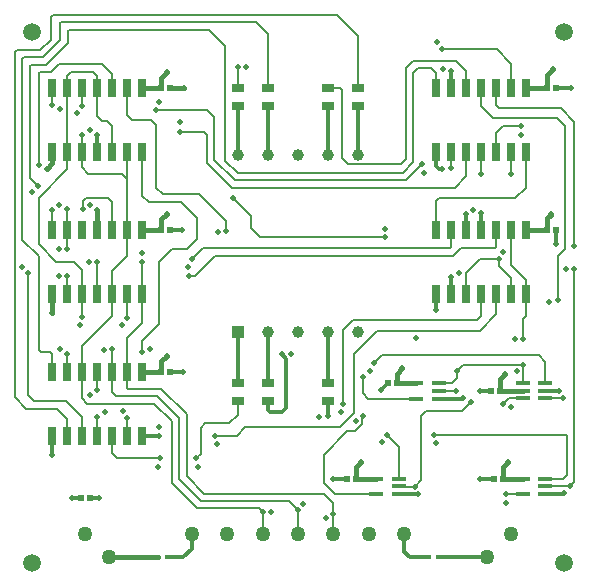
<source format=gbr>
G04*
G04 #@! TF.GenerationSoftware,Altium Limited,Altium Designer,23.8.1 (32)*
G04*
G04 Layer_Physical_Order=6*
G04 Layer_Color=16711680*
%FSLAX44Y44*%
%MOMM*%
G71*
G04*
G04 #@! TF.SameCoordinates,4E8033DB-9698-49A7-8747-1B8CF0FAEC2F*
G04*
G04*
G04 #@! TF.FilePolarity,Positive*
G04*
G01*
G75*
%ADD17C,0.1553*%
%ADD18C,1.0000*%
%ADD19R,1.0000X1.0000*%
%ADD20C,1.5000*%
%ADD21C,0.5000*%
%ADD22C,1.2700*%
%ADD24R,0.4000X0.4000*%
%ADD25R,0.5153X0.4725*%
%ADD26R,1.2000X0.4000*%
%ADD27R,1.2000X0.3000*%
%ADD28R,0.5200X0.5200*%
%ADD29R,0.6500X1.5250*%
%ADD30R,1.0000X0.8000*%
%ADD31C,0.3000*%
%ADD32C,0.4000*%
%ADD33C,0.5000*%
D17*
X150515Y390069D02*
X170266D01*
X172687Y387649D01*
X372176Y460260D02*
X372179Y460257D01*
X418158D01*
X387844Y291520D02*
X416790D01*
X417700Y292430D02*
Y307120D01*
X416790Y291520D02*
X417700Y292430D01*
X381104Y284780D02*
X387844Y291520D01*
X483965Y93410D02*
Y274000D01*
X459500Y164680D02*
X474067D01*
X288000Y160000D02*
Y222190D01*
X296479Y230669D01*
X459110Y90000D02*
X480555D01*
X169838Y291978D02*
X378690D01*
X160564Y282703D02*
X169838Y291978D01*
X189000Y306000D02*
Y314744D01*
X166429Y337315D02*
X189000Y314744D01*
X135536Y337315D02*
X166429D01*
X163179Y268237D02*
X179721Y284780D01*
X381104D01*
X379600Y292888D02*
Y307120D01*
X378690Y291978D02*
X379600Y292888D01*
X158153Y268237D02*
X163179D01*
X67577Y331235D02*
X70261Y333919D01*
X67577Y324484D02*
Y331235D01*
X70261Y333919D02*
X89490D01*
X92700Y307120D02*
Y330709D01*
X89490Y333919D02*
X92700Y330709D01*
X129449Y408291D02*
X172991D01*
X440823Y231949D02*
X443100Y234226D01*
X440823Y214587D02*
Y231949D01*
X443100Y234226D02*
Y252880D01*
X217488Y301056D02*
X323458D01*
X210105Y308439D02*
X217488Y301056D01*
X392300Y252880D02*
Y270500D01*
X404295Y282495D02*
X420217D01*
X392300Y270500D02*
X404295Y282495D01*
X118220Y253000D02*
Y280088D01*
X118340Y280208D01*
X403719Y221942D02*
X417700Y235924D01*
X297200Y202210D02*
X316933Y221942D01*
X403719D01*
X401749Y230669D02*
X405000Y233920D01*
X296479Y230669D02*
X401749D01*
X210105Y308439D02*
Y318943D01*
X272270Y83944D02*
X280022Y76192D01*
X170347Y83944D02*
X272270D01*
X155680Y98611D02*
X170347Y83944D01*
X271694Y93222D02*
X281605Y83311D01*
X316086D01*
X271694Y93222D02*
Y116381D01*
X164290Y71484D02*
X216623D01*
X220000Y68106D01*
X149381Y95925D02*
X167599Y77707D01*
X242126D01*
X250000Y69833D01*
X143227Y92547D02*
X164290Y71484D01*
X291850Y136537D02*
X297994D01*
X271694Y116381D02*
X291850Y136537D01*
X205481Y140312D02*
X285198D01*
X297200Y152314D01*
Y202210D01*
X304559Y143103D02*
Y148946D01*
X297994Y136537D02*
X304559Y143103D01*
X198049Y132880D02*
X205481Y140312D01*
X155680Y98611D02*
Y151319D01*
X149381Y95925D02*
Y147677D01*
X143227Y92547D02*
Y145128D01*
X105400Y173700D02*
Y187120D01*
Y215261D01*
X106310Y172790D02*
X134209D01*
X105400Y173700D02*
X106310Y172790D01*
X134209D02*
X155680Y151319D01*
X96304Y166368D02*
X130689D01*
X71576Y160196D02*
X128159D01*
X67300Y164472D02*
X71576Y160196D01*
X128159D02*
X143227Y145128D01*
X92700Y169972D02*
X96304Y166368D01*
X130689D02*
X149381Y147677D01*
X92700Y169972D02*
Y187120D01*
X67300Y164472D02*
Y187120D01*
X354399Y149986D02*
X357998Y153585D01*
X388869D02*
X396441Y161157D01*
X357998Y153585D02*
X388869D01*
X474231Y96500D02*
X477668Y99937D01*
Y132969D01*
X365072Y133878D02*
X476758D01*
X477668Y132969D01*
X480555Y90000D02*
X483965Y93410D01*
X469079Y402324D02*
X476109Y395294D01*
X469962Y284832D02*
X476109Y290979D01*
Y395294D01*
X469962Y248188D02*
Y284832D01*
X484035Y293134D02*
Y398528D01*
X472414Y410148D02*
X484035Y398528D01*
X420076Y410148D02*
X472414D01*
X417700Y412524D02*
X420076Y410148D01*
X417700Y412524D02*
Y427120D01*
X415145Y402324D02*
X469079D01*
X405000Y412469D02*
X415145Y402324D01*
X423511Y394988D02*
X439098D01*
X417700Y389176D02*
X423511Y394988D01*
X196401Y349218D02*
X341463D01*
X354839Y362595D01*
X172687Y364230D02*
X193852Y343064D01*
X338777Y355371D02*
X347718Y364312D01*
X178840Y366778D02*
X196401Y349218D01*
X188572Y365748D02*
X198949Y355371D01*
X193852Y343064D02*
X382775D01*
X198949Y355371D02*
X338777D01*
X382775Y343064D02*
X392300Y352590D01*
X178840Y366778D02*
Y402442D01*
X172991Y408291D02*
X178840Y402442D01*
X172687Y364230D02*
Y387649D01*
X287687Y367956D02*
X292779Y362863D01*
X336845D01*
X287687Y367956D02*
Y425599D01*
X285785Y427500D02*
X287687Y425599D01*
X336845Y362863D02*
X341121Y367139D01*
X174301Y476755D02*
X188572Y462483D01*
X341121Y367139D02*
Y444154D01*
X188572Y365748D02*
Y462483D01*
X42380Y489166D02*
X282633D01*
X300440Y471359D01*
X40818Y440750D02*
X47782Y447714D01*
X84036D02*
X92700Y439051D01*
X47782Y447714D02*
X84036D01*
X54600Y437711D02*
X58027Y441137D01*
X76429D01*
X80000Y437566D01*
X31480Y440750D02*
X40818D01*
X30361Y362019D02*
Y439631D01*
X31480Y440750D01*
X54962Y465241D02*
Y475640D01*
X56077Y476755D02*
X174301D01*
X54962Y475640D02*
X56077Y476755D01*
X49713Y483012D02*
X214333D01*
X48803Y482102D02*
X49713Y483012D01*
X214333D02*
X224240Y473106D01*
X40668Y487453D02*
X42380Y489166D01*
X23828Y447051D02*
X36772D01*
X54962Y465241D01*
X40668Y468366D02*
Y487453D01*
X34258Y453255D02*
X48803Y467800D01*
Y482102D01*
X31710Y459408D02*
X40668Y468366D01*
X17710Y453255D02*
X34258D01*
X12158Y459408D02*
X31710D01*
X22731Y351152D02*
Y445955D01*
X23828Y447051D01*
X10425Y457675D02*
X12158Y459408D01*
X16578Y452123D02*
X17710Y453255D01*
X22731Y351152D02*
X29711Y344172D01*
X10425Y165372D02*
X19859Y155937D01*
X16578Y299011D02*
Y452123D01*
Y299011D02*
X30443Y285145D01*
X10425Y165372D02*
Y457675D01*
X30542Y295179D02*
Y334262D01*
Y295179D02*
X45320Y280402D01*
X30542Y334262D02*
X54600Y358320D01*
X418158Y460257D02*
X430400Y448016D01*
Y427120D02*
Y448016D01*
X21269Y167377D02*
Y270906D01*
Y167377D02*
X26466Y162180D01*
X30443Y205467D02*
X32201Y203710D01*
X40143D01*
X30443Y205467D02*
Y285145D01*
X26466Y162180D02*
X53699D01*
X417700Y372880D02*
Y389176D01*
X379600Y359282D02*
Y372880D01*
X430400Y354499D02*
Y372880D01*
X405000Y354464D02*
Y372880D01*
X369252Y333961D02*
X434122D01*
X443100Y342939D01*
X366900Y331609D02*
X369252Y333961D01*
X366900Y307120D02*
Y331609D01*
X443100Y342939D02*
Y372880D01*
X469960Y248185D02*
X469962Y248188D01*
X405000Y412469D02*
Y427120D01*
X420217Y276686D02*
Y282495D01*
Y276686D02*
X430400Y266503D01*
X405000Y233920D02*
Y252880D01*
X79981Y252899D02*
Y279787D01*
X80000Y172015D02*
Y187120D01*
X92602Y187218D02*
Y206587D01*
X92503Y206685D02*
X92602Y206587D01*
Y187218D02*
X92700Y187120D01*
X250000Y50000D02*
Y69833D01*
X280022Y66500D02*
Y76192D01*
X280000Y50000D02*
X280011Y50011D01*
Y66489D01*
X280022Y66500D01*
X220000Y50000D02*
Y68106D01*
X426274Y83500D02*
X440110D01*
X194937Y334110D02*
X210105Y318943D01*
X198840Y427500D02*
Y444837D01*
X316086Y83311D02*
X316275Y83500D01*
X304559Y148946D02*
X304942Y149328D01*
X423686Y160052D02*
X428314Y164680D01*
X440500D01*
X459110Y96500D02*
X474231D01*
X335275D02*
Y123588D01*
X324985Y133878D02*
X335275Y123588D01*
X348667Y89872D02*
X354399Y95604D01*
Y149986D01*
X335403Y89872D02*
X348603D01*
X314706Y194081D02*
Y194623D01*
Y194081D02*
X321568Y200942D01*
X454260D01*
X380032Y177186D02*
X384480Y181635D01*
Y187502D02*
X389821Y192843D01*
X384480Y181635D02*
Y187502D01*
X389821Y192843D02*
X440410D01*
X309607Y164186D02*
X350002D01*
X304981Y168812D02*
X309607Y164186D01*
X304981Y168812D02*
Y182865D01*
X440587Y177766D02*
Y193020D01*
X440410Y192843D02*
X440587Y193020D01*
X454260Y200942D02*
X459500Y195702D01*
X369002Y177186D02*
X380032D01*
X369002Y170686D02*
X383976D01*
X430400Y252880D02*
Y266503D01*
Y277605D02*
X442996Y265009D01*
X430400Y277605D02*
Y307120D01*
X442996Y252984D02*
Y265009D01*
Y252984D02*
X443100Y252880D01*
X341121Y444154D02*
X347428Y450461D01*
X347718Y440204D02*
X351378Y443864D01*
X347718Y364312D02*
Y440204D01*
X351378Y443864D02*
X362727D01*
X392300Y427120D02*
Y441541D01*
X383380Y450461D02*
X392300Y441541D01*
X347428Y450461D02*
X383380D01*
X362727Y443864D02*
X366900Y439691D01*
X275040Y427500D02*
X285785D01*
X459500Y177680D02*
Y195702D01*
X366900Y427120D02*
Y439691D01*
X392300Y352590D02*
Y372880D01*
X118100Y227961D02*
Y252880D01*
X105400Y215261D02*
X118100Y227961D01*
X117886Y203956D02*
Y213027D01*
X132005Y227145D02*
Y279969D01*
X117886Y213027D02*
X132005Y227145D01*
X105400Y232953D02*
Y252880D01*
X130139Y342712D02*
X135536Y337315D01*
X130139Y342712D02*
Y396315D01*
X125982Y400473D02*
X130139Y396315D01*
X109570Y400473D02*
X125982D01*
X105400Y404642D02*
Y427120D01*
Y404642D02*
X109570Y400473D01*
X164518Y299529D02*
Y317239D01*
X123811Y330456D02*
X151301D01*
X164518Y317239D01*
X67375Y233473D02*
X67450Y233398D01*
X67375Y233473D02*
Y252805D01*
X67300Y252880D02*
X67375Y252805D01*
X41900Y307120D02*
Y323914D01*
X54600Y187120D02*
Y202495D01*
X83762Y399627D02*
X88629D01*
X92700Y395555D01*
X80000Y403389D02*
X83762Y399627D01*
X92700Y372880D02*
Y395555D01*
X80000Y403389D02*
Y427120D01*
Y437566D01*
X67178Y412540D02*
Y426998D01*
X417700Y235924D02*
Y252880D01*
X180000Y132880D02*
X198049D01*
X167756Y139643D02*
X171459Y143346D01*
X167756Y117809D02*
Y139643D01*
X171459Y143346D02*
X191672D01*
X163661Y113715D02*
X167756Y117809D01*
X191672Y143346D02*
X198840Y150515D01*
Y162500D01*
X97073Y113715D02*
X133420D01*
X92700Y118088D02*
X97073Y113715D01*
X92700Y118088D02*
Y132880D01*
X54660Y252939D02*
Y268194D01*
X118100Y252880D02*
X118220Y253000D01*
X45320Y280402D02*
X60289D01*
X224240Y427500D02*
Y473106D01*
X300440Y427500D02*
Y471359D01*
X41900Y187120D02*
Y201952D01*
X40143Y203710D02*
X41900Y201952D01*
X67300Y132880D02*
Y148579D01*
X53699Y162180D02*
X67300Y148579D01*
X19859Y155937D02*
X45737D01*
X54600Y147075D01*
Y132880D02*
Y147075D01*
X118100Y336167D02*
Y372880D01*
Y336167D02*
X123811Y330456D01*
X156323Y291335D02*
X164518Y299529D01*
X143371Y291335D02*
X156323D01*
X132005Y279969D02*
X143371Y291335D01*
X105440Y132920D02*
Y147913D01*
X80000Y132880D02*
Y148477D01*
X105400Y350229D02*
Y372880D01*
Y307120D02*
Y350229D01*
X72626Y354751D02*
X100878D01*
X105400Y350229D01*
X67300Y360076D02*
X72626Y354751D01*
X67300Y360076D02*
Y372880D01*
Y387424D01*
X41900Y412790D02*
Y427120D01*
X54600D02*
Y437711D01*
Y372880D02*
Y427120D01*
X92700D02*
Y439051D01*
X54600Y307120D02*
Y324839D01*
X67300Y252880D02*
Y273391D01*
X60289Y280402D02*
X67300Y273391D01*
X54600Y358320D02*
Y372880D01*
Y291303D02*
Y307120D01*
X92700Y252880D02*
Y272543D01*
X105400Y285243D01*
Y307120D01*
X92700Y234483D02*
Y252880D01*
X67300Y209083D02*
X92700Y234483D01*
X67300Y187120D02*
Y209083D01*
D18*
X198840Y370640D02*
D03*
X224240D02*
D03*
X249640D02*
D03*
X275040D02*
D03*
X300440D02*
D03*
Y220640D02*
D03*
X275040D02*
D03*
X249640D02*
D03*
X224240D02*
D03*
D19*
X198840D02*
D03*
D20*
X25000Y475000D02*
D03*
X475000Y25000D02*
D03*
X25000D02*
D03*
X475000Y475000D02*
D03*
D21*
X150515Y390069D02*
D03*
X149982Y398442D02*
D03*
X439226Y387912D02*
D03*
X372176Y460260D02*
D03*
X367714Y465860D02*
D03*
X372447Y443488D02*
D03*
X357078Y355737D02*
D03*
X371553Y358768D02*
D03*
X398563Y324356D02*
D03*
X385934Y271105D02*
D03*
X423556Y288682D02*
D03*
X476959Y273750D02*
D03*
X462516Y245730D02*
D03*
X433336Y214675D02*
D03*
X435306Y187470D02*
D03*
X471000Y171180D02*
D03*
X474067Y164680D02*
D03*
X430195Y156977D02*
D03*
X323596Y308090D02*
D03*
X206094Y444710D02*
D03*
X286785Y152774D02*
D03*
X288000Y160000D02*
D03*
X311212Y187490D02*
D03*
X267889Y148612D02*
D03*
X298989Y145395D02*
D03*
X321356Y127729D02*
D03*
X366951Y127055D02*
D03*
X475232Y84625D02*
D03*
X480555Y90000D02*
D03*
X426244Y76168D02*
D03*
X273567Y63548D02*
D03*
X254613Y75282D02*
D03*
X227380Y67983D02*
D03*
X244309Y202496D02*
D03*
X236209Y202107D02*
D03*
X101429Y226440D02*
D03*
X124608Y206576D02*
D03*
X181699Y125804D02*
D03*
X164991Y106667D02*
D03*
X131754Y106608D02*
D03*
X132762Y140141D02*
D03*
X101458Y153834D02*
D03*
X86461Y152941D02*
D03*
X74029Y167316D02*
D03*
X48608Y206435D02*
D03*
X85456Y205746D02*
D03*
X65173Y226410D02*
D03*
X181894Y305760D02*
D03*
X160564Y282703D02*
D03*
X157193Y275679D02*
D03*
X189000Y306000D02*
D03*
X131927Y415135D02*
D03*
X63080Y406285D02*
D03*
X48592Y409961D02*
D03*
X73647Y391820D02*
D03*
X80000Y324010D02*
D03*
X24411Y339043D02*
D03*
X37281Y358999D02*
D03*
X74080Y327977D02*
D03*
X47940Y327877D02*
D03*
X118016Y287269D02*
D03*
X72692Y279981D02*
D03*
X47600Y268311D02*
D03*
X47484Y290951D02*
D03*
X16057Y275731D02*
D03*
X139449Y441196D02*
D03*
X129449Y408291D02*
D03*
X153855Y427120D02*
D03*
X139086Y320943D02*
D03*
X138769Y200785D02*
D03*
X320066Y171256D02*
D03*
X323458Y301056D02*
D03*
X118340Y280208D02*
D03*
X158153Y268237D02*
D03*
X389323Y164512D02*
D03*
X484035Y293134D02*
D03*
X468723Y295452D02*
D03*
X439098Y394988D02*
D03*
X30361Y362019D02*
D03*
X349511Y215300D02*
D03*
X440823Y214587D02*
D03*
X79963Y279806D02*
D03*
X58395Y80000D02*
D03*
X81874D02*
D03*
X250000Y69833D02*
D03*
X280022Y66500D02*
D03*
X220000Y68106D02*
D03*
X426274Y83500D02*
D03*
X403897Y171180D02*
D03*
X194937Y334110D02*
D03*
X198840Y444837D02*
D03*
X304942Y149328D02*
D03*
X366757Y239216D02*
D03*
X423686Y160052D02*
D03*
X484000Y274000D02*
D03*
X463962Y320246D02*
D03*
X365072Y133878D02*
D03*
X324985D02*
D03*
X396441Y161157D02*
D03*
X348667Y89872D02*
D03*
X351822Y83486D02*
D03*
X314706Y194081D02*
D03*
X384480Y187502D02*
D03*
X304981Y182865D02*
D03*
X469960Y248185D02*
D03*
X440587Y193020D02*
D03*
X383976Y170686D02*
D03*
X338188Y189981D02*
D03*
X379600Y267697D02*
D03*
X392344Y320838D02*
D03*
X420217Y282495D02*
D03*
X405000Y321536D02*
D03*
X430400Y354499D02*
D03*
X405000Y354464D02*
D03*
X275040Y150038D02*
D03*
X379600Y359282D02*
D03*
Y441765D02*
D03*
X354839Y362595D02*
D03*
X21269Y270906D02*
D03*
X105400Y232953D02*
D03*
X67450Y233398D02*
D03*
X92503Y206685D02*
D03*
X29711Y344172D02*
D03*
X41900Y323914D02*
D03*
X54600Y202495D02*
D03*
X67056Y412418D02*
D03*
X79947Y387639D02*
D03*
X180000Y132880D02*
D03*
X163661Y113715D02*
D03*
X133420D02*
D03*
X132206Y132880D02*
D03*
X54719Y268254D02*
D03*
X67577Y324484D02*
D03*
X117886Y203956D02*
D03*
X105479Y147953D02*
D03*
X80000Y148477D02*
D03*
Y172015D02*
D03*
X67300Y387424D02*
D03*
X41900Y412790D02*
D03*
X54600Y324839D02*
D03*
X41727Y236628D02*
D03*
X54600Y291303D02*
D03*
X480914Y427120D02*
D03*
X466104Y443087D02*
D03*
X425455Y185342D02*
D03*
X279259Y96555D02*
D03*
X303449Y111051D02*
D03*
X404179Y96500D02*
D03*
X427798Y110257D02*
D03*
X153032Y187120D02*
D03*
X151735Y307120D02*
D03*
X41900Y116386D02*
D03*
D22*
X90000Y30000D02*
D03*
X430000Y50000D02*
D03*
X410000Y30000D02*
D03*
X70000Y50000D02*
D03*
X220000D02*
D03*
X340000D02*
D03*
X160000D02*
D03*
X310000D02*
D03*
X190000D02*
D03*
X250000D02*
D03*
X280000D02*
D03*
D24*
X138750Y30000D02*
D03*
X131250D02*
D03*
X368750D02*
D03*
X361250D02*
D03*
D25*
X333783Y177187D02*
D03*
X326212D02*
D03*
X423786Y96500D02*
D03*
X416214D02*
D03*
X298786D02*
D03*
X291214D02*
D03*
X468786Y307120D02*
D03*
X461214D02*
D03*
X134314Y427120D02*
D03*
X141886D02*
D03*
Y307120D02*
D03*
X134314D02*
D03*
X413214Y171180D02*
D03*
X420786D02*
D03*
X141886Y187120D02*
D03*
X134314D02*
D03*
X468786Y427120D02*
D03*
X461214D02*
D03*
D26*
X350002Y177186D02*
D03*
Y164186D02*
D03*
X316275Y83500D02*
D03*
Y96500D02*
D03*
X440110D02*
D03*
Y83500D02*
D03*
D27*
X369002Y164186D02*
D03*
Y170686D02*
D03*
Y177186D02*
D03*
X440500Y171180D02*
D03*
X459500Y177680D02*
D03*
Y171180D02*
D03*
X440500Y177680D02*
D03*
Y164680D02*
D03*
X459500D02*
D03*
X335275Y83500D02*
D03*
Y90000D02*
D03*
Y96500D02*
D03*
X459110Y83500D02*
D03*
Y90000D02*
D03*
Y96500D02*
D03*
D28*
X66000Y80000D02*
D03*
X74000D02*
D03*
D29*
X366900Y252880D02*
D03*
X443100D02*
D03*
X430400D02*
D03*
X417700D02*
D03*
X405000D02*
D03*
X392300D02*
D03*
X379600D02*
D03*
X430400Y307120D02*
D03*
X417700D02*
D03*
X405000D02*
D03*
X392300D02*
D03*
X379600D02*
D03*
X366900D02*
D03*
X443100D02*
D03*
X366900Y427120D02*
D03*
X379600D02*
D03*
X392300D02*
D03*
X405000D02*
D03*
X417700D02*
D03*
X430400D02*
D03*
X443100Y372880D02*
D03*
X430400D02*
D03*
X417700D02*
D03*
X405000D02*
D03*
X392300D02*
D03*
X379600D02*
D03*
X366900D02*
D03*
X443100Y427120D02*
D03*
X118100Y187120D02*
D03*
X41900Y132880D02*
D03*
X54600D02*
D03*
X67300D02*
D03*
X80000D02*
D03*
X92700D02*
D03*
X105400D02*
D03*
X118100D02*
D03*
X105400Y187120D02*
D03*
X92700D02*
D03*
X80000D02*
D03*
X67300D02*
D03*
X54600D02*
D03*
X41900D02*
D03*
X105400Y307120D02*
D03*
X92700D02*
D03*
X80000D02*
D03*
X67300D02*
D03*
X54600D02*
D03*
X41900D02*
D03*
Y252880D02*
D03*
X54600D02*
D03*
X67300D02*
D03*
X80000D02*
D03*
X92700D02*
D03*
X105400D02*
D03*
X118100D02*
D03*
Y307120D02*
D03*
X41900Y372880D02*
D03*
X54600D02*
D03*
X67300D02*
D03*
X80000D02*
D03*
X92700D02*
D03*
X105400D02*
D03*
X118100D02*
D03*
X105400Y427120D02*
D03*
X92700D02*
D03*
X80000D02*
D03*
X67300D02*
D03*
X54600D02*
D03*
X41900D02*
D03*
X118100D02*
D03*
D30*
X275040Y177500D02*
D03*
Y162500D02*
D03*
X224240Y177500D02*
D03*
Y162500D02*
D03*
X198840Y177500D02*
D03*
Y162500D02*
D03*
X300440Y412500D02*
D03*
Y427500D02*
D03*
X275040Y412500D02*
D03*
Y427500D02*
D03*
X224240Y412500D02*
D03*
Y427500D02*
D03*
X198840Y427500D02*
D03*
Y412500D02*
D03*
D31*
X366900Y361367D02*
X369499Y358768D01*
X366900Y361367D02*
Y372880D01*
X369499Y358768D02*
X371553D01*
X369002Y164186D02*
X389323D01*
X459500Y171180D02*
X471000D01*
X474067Y164680D02*
X474401Y164346D01*
X473566Y83500D02*
X474691Y84625D01*
X475232D01*
X459110Y83500D02*
X473566D01*
X351808D02*
X351822Y83486D01*
X335275Y83500D02*
X351808D01*
X240049Y156423D02*
Y198267D01*
X236209Y202107D02*
X240049Y198267D01*
X325998Y177187D02*
X326212D01*
X320066Y171256D02*
X325998Y177187D01*
X468754Y295483D02*
Y307089D01*
X468723Y295452D02*
X468754Y295483D01*
Y307089D02*
X468786Y307120D01*
X79963Y279806D02*
X79981Y279787D01*
Y252899D02*
X80000Y252880D01*
X368750Y30000D02*
X410000D01*
X344721D02*
X361250D01*
X340000Y34721D02*
X344721Y30000D01*
X340000Y34721D02*
Y50000D01*
X138750Y30000D02*
X152876D01*
X160000Y37124D02*
Y50000D01*
X152876Y30000D02*
X160000Y37124D01*
X58395Y80000D02*
X66000D01*
X74000D02*
X81874D01*
X403897Y171180D02*
X413214D01*
X366828Y252808D02*
X366900Y252880D01*
X366828Y239287D02*
Y252808D01*
X366757Y239216D02*
X366828Y239287D01*
X379600Y252880D02*
Y267697D01*
X392300Y307120D02*
X392322Y307142D01*
Y320816D01*
X392344Y320838D01*
X405000Y307120D02*
Y321536D01*
X275040Y150038D02*
Y162500D01*
X236722Y153096D02*
X240049Y156423D01*
X224240Y154853D02*
Y162500D01*
Y154853D02*
X225997Y153096D01*
X236722D01*
X224240Y177500D02*
Y220640D01*
X198840Y177500D02*
Y220640D01*
X379600Y427120D02*
Y441765D01*
X275040Y177500D02*
Y220640D01*
X224240Y177500D02*
X224240Y177500D01*
X198840Y220640D02*
X198840Y220640D01*
X300440Y370640D02*
Y412500D01*
X300440Y412500D02*
X300440Y412500D01*
X275040Y370640D02*
Y412500D01*
X275040Y412500D02*
X275040Y412500D01*
X224240Y370640D02*
Y412500D01*
X224240Y412500D02*
X224240Y412500D01*
X198840Y370640D02*
Y412500D01*
X198840Y412500D02*
X198840Y412500D01*
X67178Y426998D02*
X67300Y427120D01*
X67056Y412418D02*
X67178Y412540D01*
X79974Y372906D02*
X80000Y372880D01*
X79974Y372906D02*
Y387612D01*
X79947Y387639D02*
X79974Y387612D01*
X118100Y132880D02*
X132206D01*
X54600Y252880D02*
X54660Y252939D01*
Y268194D02*
X54719Y268254D01*
X105400Y132880D02*
X105440Y132920D01*
Y147913D02*
X105479Y147953D01*
X41727Y236628D02*
X41814Y236714D01*
X468786Y427120D02*
X480914D01*
X279259Y96555D02*
X279315Y96500D01*
X291214D01*
X404179D02*
X416214D01*
X141886Y187120D02*
X153032D01*
X141886Y307120D02*
X151735D01*
X41900Y116386D02*
Y132880D01*
X41814Y252794D02*
X41900Y252880D01*
D32*
X80000Y307120D02*
Y324010D01*
X41912Y363629D02*
Y372868D01*
X37281Y358999D02*
X41912Y363629D01*
X41900Y372880D02*
X41912Y372868D01*
X134314Y436062D02*
X139449Y441196D01*
X134314Y427120D02*
Y436062D01*
X443100Y307120D02*
X461214D01*
X141886Y427120D02*
X153855D01*
X134314Y316172D02*
X139086Y320943D01*
X134314Y196331D02*
X138769Y200785D01*
X118100Y307120D02*
X134314D01*
X90000Y30000D02*
X131250D01*
X461214Y317227D02*
X463962Y319975D01*
Y320246D01*
X461214Y307120D02*
Y317227D01*
X333783Y177187D02*
X333785Y177186D01*
X350002D01*
X333783Y177187D02*
Y185576D01*
X338188Y189981D01*
X41814Y236714D02*
Y252794D01*
X134314Y187120D02*
Y196331D01*
Y307120D02*
Y316172D01*
X118100Y427120D02*
X134314D01*
X461214Y438197D02*
X466104Y443087D01*
X461214Y427120D02*
Y438197D01*
X443100Y427120D02*
X461214D01*
X420786Y180673D02*
X425455Y185342D01*
X420786Y171180D02*
Y180673D01*
Y171180D02*
X440500D01*
X298786Y106388D02*
X303449Y111051D01*
X298786Y96500D02*
Y106388D01*
Y96500D02*
X316275D01*
X423786Y106245D02*
X427798Y110257D01*
X423786Y96500D02*
Y106245D01*
Y96500D02*
X440110D01*
X118100Y187120D02*
X134314D01*
X118100Y187120D02*
X118100Y187120D01*
D33*
X275040Y220640D02*
X275040Y220640D01*
M02*

</source>
